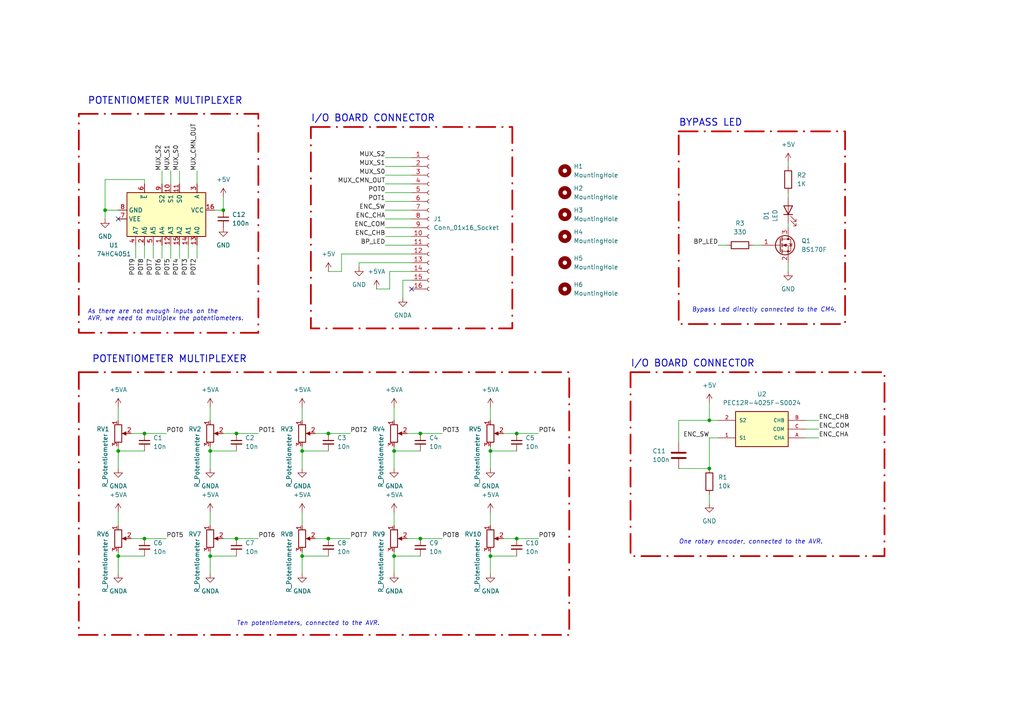
<source format=kicad_sch>
(kicad_sch (version 20230121) (generator eeschema)
  (paper "A4")
  (title_block (title "Bridge - Pots Board") (date "2024-01-29") (rev "v01") (company "CanyonTeam") (comment 1 "Author : Clément MESLIF - Romain HUET"))
  (lib_symbols
    (symbol "74xx:74HC4051"
      (property "Reference" "U" (at -5.08 11.43 0))
      (property "Value" "74HC4051" (at -7.62 -13.97 0))
      (symbol "74HC4051_0_1"
        (rectangle (start -5.08 10.16) (end 7.62 -12.7) (stroke (width 0.254)) (fill (type background)))
      )
      (symbol "74HC4051_1_1"
        (pin passive line (at 10.16 -2.54 180) (length 2.54) (name "A4") (number "1"))
        (pin input line (at -7.62 0 0) (length 2.54) (name "S1") (number "10"))
        (pin input line (at -7.62 2.54 0) (length 2.54) (name "S0") (number "11"))
        (pin passive line (at 10.16 0 180) (length 2.54) (name "A3") (number "12"))
        (pin passive line (at 10.16 7.62 180) (length 2.54) (name "A0") (number "13"))
        (pin passive line (at 10.16 5.08 180) (length 2.54) (name "A1") (number "14"))
        (pin passive line (at 10.16 2.54 180) (length 2.54) (name "A2") (number "15"))
        (pin power_in line (at 0 12.7 270) (length 2.54) (name "VCC") (number "16"))
        (pin passive line (at 10.16 -7.62 180) (length 2.54) (name "A6") (number "2"))
        (pin passive line (at -7.62 7.62 0) (length 2.54) (name "A") (number "3"))
        (pin passive line (at 10.16 -10.16 180) (length 2.54) (name "A7") (number "4"))
        (pin passive line (at 10.16 -5.08 180) (length 2.54) (name "A5") (number "5"))
        (pin input line (at -7.62 -7.62 0) (length 2.54) (name "~{E}") (number "6"))
        (pin power_in line (at 2.54 -15.24 90) (length 2.54) (name "VEE") (number "7"))
        (pin power_in line (at 0 -15.24 90) (length 2.54) (name "GND") (number "8"))
        (pin input line (at -7.62 -2.54 0) (length 2.54) (name "S2") (number "9"))
      )
    )
    (symbol "Connector:Conn_01x16_Socket" (pin_names (offset 1.016) hide)
      (property "Reference" "J" (at 0 20.32 0))
      (property "Value" "Conn_01x16_Socket" (at 0 -22.86 0))
      (symbol "Conn_01x16_Socket_1_1"
        (arc (start 0 -19.812) (mid -0.5058 -20.32) (end 0 -20.828) (stroke (width 0.1524)))
        (arc (start 0 -17.272) (mid -0.5058 -17.78) (end 0 -18.288) (stroke (width 0.1524)))
        (arc (start 0 -14.732) (mid -0.5058 -15.24) (end 0 -15.748) (stroke (width 0.1524)))
        (arc (start 0 -12.192) (mid -0.5058 -12.7) (end 0 -13.208) (stroke (width 0.1524)))
        (arc (start 0 -9.652) (mid -0.5058 -10.16) (end 0 -10.668) (stroke (width 0.1524)))
        (arc (start 0 -7.112) (mid -0.5058 -7.62) (end 0 -8.128) (stroke (width 0.1524)))
        (arc (start 0 -4.572) (mid -0.5058 -5.08) (end 0 -5.588) (stroke (width 0.1524)))
        (arc (start 0 -2.032) (mid -0.5058 -2.54) (end 0 -3.048) (stroke (width 0.1524)))
        (polyline (pts (xy -1.27 -20.32) (xy -0.508 -20.32)) (stroke (width 0.1524)))
        (polyline (pts (xy -1.27 -17.78) (xy -0.508 -17.78)) (stroke (width 0.1524)))
        (polyline (pts (xy -1.27 -15.24) (xy -0.508 -15.24)) (stroke (width 0.1524)))
        (polyline (pts (xy -1.27 -12.7) (xy -0.508 -12.7)) (stroke (width 0.1524)))
        (polyline (pts (xy -1.27 -10.16) (xy -0.508 -10.16)) (stroke (width 0.1524)))
        (polyline (pts (xy -1.27 -7.62) (xy -0.508 -7.62)) (stroke (width 0.1524)))
        (polyline (pts (xy -1.27 -5.08) (xy -0.508 -5.08)) (stroke (width 0.1524)))
        (polyline (pts (xy -1.27 -2.54) (xy -0.508 -2.54)) (stroke (width 0.1524)))
        (polyline (pts (xy -1.27 0) (xy -0.508 0)) (stroke (width 0.1524)))
        (polyline (pts (xy -1.27 2.54) (xy -0.508 2.54)) (stroke (width 0.1524)))
        (polyline (pts (xy -1.27 5.08) (xy -0.508 5.08)) (stroke (width 0.1524)))
        (polyline (pts (xy -1.27 7.62) (xy -0.508 7.62)) (stroke (width 0.1524)))
        (polyline (pts (xy -1.27 10.16) (xy -0.508 10.16)) (stroke (width 0.1524)))
        (polyline (pts (xy -1.27 12.7) (xy -0.508 12.7)) (stroke (width 0.1524)))
        (polyline (pts (xy -1.27 15.24) (xy -0.508 15.24)) (stroke (width 0.1524)))
        (polyline (pts (xy -1.27 17.78) (xy -0.508 17.78)) (stroke (width 0.1524)))
        (arc (start 0 0.508) (mid -0.5058 0) (end 0 -0.508) (stroke (width 0.1524)))
        (arc (start 0 3.048) (mid -0.5058 2.54) (end 0 2.032) (stroke (width 0.1524)))
        (arc (start 0 5.588) (mid -0.5058 5.08) (end 0 4.572) (stroke (width 0.1524)))
        (arc (start 0 8.128) (mid -0.5058 7.62) (end 0 7.112) (stroke (width 0.1524)))
        (arc (start 0 10.668) (mid -0.5058 10.16) (end 0 9.652) (stroke (width 0.1524)))
        (arc (start 0 13.208) (mid -0.5058 12.7) (end 0 12.192) (stroke (width 0.1524)))
        (arc (start 0 15.748) (mid -0.5058 15.24) (end 0 14.732) (stroke (width 0.1524)))
        (arc (start 0 18.288) (mid -0.5058 17.78) (end 0 17.272) (stroke (width 0.1524)))
        (pin passive line (at -5.08 17.78 0) (length 3.81) (name "Pin_1") (number "1"))
        (pin passive line (at -5.08 -5.08 0) (length 3.81) (name "Pin_10") (number "10"))
        (pin passive line (at -5.08 -7.62 0) (length 3.81) (name "Pin_11") (number "11"))
        (pin passive line (at -5.08 -10.16 0) (length 3.81) (name "Pin_12") (number "12"))
        (pin passive line (at -5.08 -12.7 0) (length 3.81) (name "Pin_13") (number "13"))
        (pin passive line (at -5.08 -15.24 0) (length 3.81) (name "Pin_14") (number "14"))
        (pin passive line (at -5.08 -17.78 0) (length 3.81) (name "Pin_15") (number "15"))
        (pin passive line (at -5.08 -20.32 0) (length 3.81) (name "Pin_16") (number "16"))
        (pin passive line (at -5.08 15.24 0) (length 3.81) (name "Pin_2") (number "2"))
        (pin passive line (at -5.08 12.7 0) (length 3.81) (name "Pin_3") (number "3"))
        (pin passive line (at -5.08 10.16 0) (length 3.81) (name "Pin_4") (number "4"))
        (pin passive line (at -5.08 7.62 0) (length 3.81) (name "Pin_5") (number "5"))
        (pin passive line (at -5.08 5.08 0) (length 3.81) (name "Pin_6") (number "6"))
        (pin passive line (at -5.08 2.54 0) (length 3.81) (name "Pin_7") (number "7"))
        (pin passive line (at -5.08 0 0) (length 3.81) (name "Pin_8") (number "8"))
        (pin passive line (at -5.08 -2.54 0) (length 3.81) (name "Pin_9") (number "9"))
      )
    )
    (symbol "Device:C" (pin_numbers hide) (pin_names (offset 0.254))
      (property "Reference" "C" (at 0.635 2.54 0))
      (property "Value" "C" (at 0.635 -2.54 0))
      (symbol "C_0_1"
        (polyline (pts (xy -2.032 -0.762) (xy 2.032 -0.762)) (stroke (width 0.508)))
        (polyline (pts (xy -2.032 0.762) (xy 2.032 0.762)) (stroke (width 0.508)))
      )
      (symbol "C_1_1"
        (pin passive line (at 0 3.81 270) (length 2.794) (name "~") (number "1"))
        (pin passive line (at 0 -3.81 90) (length 2.794) (name "~") (number "2"))
      )
    )
    (symbol "Device:C_Small" (pin_numbers hide) (pin_names (offset 0.254) hide)
      (property "Reference" "C" (at 0.254 1.778 0))
      (property "Value" "C_Small" (at 0.254 -2.032 0))
      (symbol "C_Small_0_1"
        (polyline (pts (xy -1.524 -0.508) (xy 1.524 -0.508)) (stroke (width 0.3302)))
        (polyline (pts (xy -1.524 0.508) (xy 1.524 0.508)) (stroke (width 0.3048)))
      )
      (symbol "C_Small_1_1"
        (pin passive line (at 0 2.54 270) (length 2.032) (name "~") (number "1"))
        (pin passive line (at 0 -2.54 90) (length 2.032) (name "~") (number "2"))
      )
    )
    (symbol "Device:LED" (pin_numbers hide) (pin_names (offset 1.016) hide)
      (property "Reference" "D" (at 0 2.54 0))
      (property "Value" "LED" (at 0 -2.54 0))
      (symbol "LED_0_1"
        (polyline (pts (xy -1.27 -1.27) (xy -1.27 1.27)) (stroke (width 0.254)))
        (polyline (pts (xy -1.27 0) (xy 1.27 0)))
        (polyline (pts (xy 1.27 -1.27) (xy 1.27 1.27) (xy -1.27 0) (xy 1.27 -1.27)) (stroke (width 0.254)))
        (polyline (pts (xy -3.048 -0.762) (xy -4.572 -2.286) (xy -3.81 -2.286) (xy -4.572 -2.286) (xy -4.572 -1.524)))
        (polyline (pts (xy -1.778 -0.762) (xy -3.302 -2.286) (xy -2.54 -2.286) (xy -3.302 -2.286) (xy -3.302 -1.524)))
      )
      (symbol "LED_1_1"
        (pin passive line (at -3.81 0 0) (length 2.54) (name "K") (number "1"))
        (pin passive line (at 3.81 0 180) (length 2.54) (name "A") (number "2"))
      )
    )
    (symbol "Device:R" (pin_numbers hide) (pin_names (offset 0))
      (property "Reference" "R" (at 2.032 0 90))
      (property "Value" "R" (at 0 0 90))
      (symbol "R_0_1"
        (rectangle (start -1.016 -2.54) (end 1.016 2.54) (stroke (width 0.254)))
      )
      (symbol "R_1_1"
        (pin passive line (at 0 3.81 270) (length 1.27) (name "~") (number "1"))
        (pin passive line (at 0 -3.81 90) (length 1.27) (name "~") (number "2"))
      )
    )
    (symbol "Device:R_Potentiometer" (pin_names (offset 1.016) hide)
      (property "Reference" "RV" (at -4.445 0 90))
      (property "Value" "R_Potentiometer" (at -2.54 0 90))
      (symbol "R_Potentiometer_0_1"
        (polyline (pts (xy 2.54 0) (xy 1.524 0)))
        (polyline (pts (xy 1.143 0) (xy 2.286 0.508) (xy 2.286 -0.508) (xy 1.143 0)) (fill (type outline)))
        (rectangle (start 1.016 2.54) (end -1.016 -2.54) (stroke (width 0.254)))
      )
      (symbol "R_Potentiometer_1_1"
        (pin passive line (at 0 3.81 270) (length 1.27) (name "1") (number "1"))
        (pin passive line (at 3.81 0 180) (length 1.27) (name "2") (number "2"))
        (pin passive line (at 0 -3.81 90) (length 1.27) (name "3") (number "3"))
      )
    )
    (symbol "Mechanical:MountingHole" (pin_names (offset 1.016))
      (property "Reference" "H" (at 0 5.08 0))
      (property "Value" "MountingHole" (at 0 3.175 0))
      (symbol "MountingHole_0_1"
        (circle (center 0 0) (radius 1.27) (stroke (width 1.27)))
      )
    )
    (symbol "PEC12R-4025F-S0024:PEC12R-4025F-S0024" (pin_names (offset 1.016))
      (property "Reference" "U" (at -7.6248 5.3374 0))
      (property "Value" "PEC12R-4025F-S0024" (at -7.1122 -6.8582 0))
      (symbol "PEC12R-4025F-S0024_0_0"
        (rectangle (start -7.62 -5.08) (end 7.62 5.08) (stroke (width 0.254)) (fill (type background)))
        (pin passive line (at 12.7 2.54 180) (length 5.08) (name "S1") (number "1"))
        (pin passive line (at 12.7 -2.54 180) (length 5.08) (name "S2") (number "2"))
        (pin bidirectional line (at -12.7 2.54 0) (length 5.08) (name "CHA") (number "A"))
        (pin bidirectional line (at -12.7 -2.54 0) (length 5.08) (name "CHB") (number "B"))
        (pin bidirectional line (at -12.7 0 0) (length 5.08) (name "COM") (number "C"))
      )
    )
    (symbol "Transistor_FET:BS170F" (pin_names hide)
      (property "Reference" "Q" (at 5.08 1.905 0))
      (property "Value" "BS170F" (at 5.08 0 0))
      (symbol "BS170F_0_1"
        (polyline (pts (xy 0.254 0) (xy -2.54 0)))
        (polyline (pts (xy 0.254 1.905) (xy 0.254 -1.905)) (stroke (width 0.254)))
        (polyline (pts (xy 0.762 -1.27) (xy 0.762 -2.286)) (stroke (width 0.254)))
        (polyline (pts (xy 0.762 0.508) (xy 0.762 -0.508)) (stroke (width 0.254)))
        (polyline (pts (xy 0.762 2.286) (xy 0.762 1.27)) (stroke (width 0.254)))
        (polyline (pts (xy 2.54 2.54) (xy 2.54 1.778)))
        (polyline (pts (xy 2.54 -2.54) (xy 2.54 0) (xy 0.762 0)))
        (polyline (pts (xy 0.762 -1.778) (xy 3.302 -1.778) (xy 3.302 1.778) (xy 0.762 1.778)))
        (polyline (pts (xy 1.016 0) (xy 2.032 0.381) (xy 2.032 -0.381) (xy 1.016 0)) (fill (type outline)))
        (polyline (pts (xy 2.794 0.508) (xy 2.921 0.381) (xy 3.683 0.381) (xy 3.81 0.254)))
        (polyline (pts (xy 3.302 0.381) (xy 2.921 -0.254) (xy 3.683 -0.254) (xy 3.302 0.381)))
        (circle (center 1.651 0) (radius 2.794) (stroke (width 0.254)))
        (circle (center 2.54 -1.778) (radius 0.254) (fill (type outline)))
        (circle (center 2.54 1.778) (radius 0.254) (fill (type outline)))
      )
      (symbol "BS170F_1_1"
        (pin input line (at -5.08 0 0) (length 2.54) (name "G") (number "1"))
        (pin passive line (at 2.54 -5.08 90) (length 2.54) (name "S") (number "2"))
        (pin passive line (at 2.54 5.08 270) (length 2.54) (name "D") (number "3"))
      )
    )
    (symbol "power:+5V" (power) (pin_names (offset 0))
      (property "Value" "+5V" (at 0 3.556 0))
      (symbol "+5V_0_1"
        (polyline (pts (xy -0.762 1.27) (xy 0 2.54)))
        (polyline (pts (xy 0 0) (xy 0 2.54)))
        (polyline (pts (xy 0 2.54) (xy 0.762 1.27)))
      )
      (symbol "+5V_1_1"
        (pin power_in line (at 0 0 90) (length 0) hide (name "+5V") (number "1"))
      )
    )
    (symbol "power:+5VA" (power) (pin_names (offset 0))
      (property "Value" "+5VA" (at 0 3.556 0))
      (symbol "+5VA_0_1"
        (polyline (pts (xy -0.762 1.27) (xy 0 2.54)))
        (polyline (pts (xy 0 0) (xy 0 2.54)))
        (polyline (pts (xy 0 2.54) (xy 0.762 1.27)))
      )
      (symbol "+5VA_1_1"
        (pin power_in line (at 0 0 90) (length 0) hide (name "+5VA") (number "1"))
      )
    )
    (symbol "power:GND" (power) (pin_names (offset 0))
      (property "Value" "GND" (at 0 -3.81 0))
      (symbol "GND_0_1"
        (polyline (pts (xy 0 0) (xy 0 -1.27) (xy 1.27 -1.27) (xy 0 -2.54) (xy -1.27 -1.27) (xy 0 -1.27)))
      )
      (symbol "GND_1_1"
        (pin power_in line (at 0 0 270) (length 0) hide (name "GND") (number "1"))
      )
    )
    (symbol "power:GNDA" (power) (pin_names (offset 0))
      (property "Value" "GNDA" (at 0 -3.81 0))
      (symbol "GNDA_0_1"
        (polyline (pts (xy 0 0) (xy 0 -1.27) (xy 1.27 -1.27) (xy 0 -2.54) (xy -1.27 -1.27) (xy 0 -1.27)))
      )
      (symbol "GNDA_1_1"
        (pin power_in line (at 0 0 270) (length 0) hide (name "GNDA") (number "1"))
      )
    )
  )
  (junction (at 95.25 125.73))
  (junction (at 41.91 156.21))
  (junction (at 114.3 130.81))
  (junction (at 68.58 156.21))
  (junction (at 142.24 161.29))
  (junction (at 149.86 156.21))
  (junction (at 30.48 60.96))
  (junction (at 68.58 125.73))
  (junction (at 87.63 161.29))
  (junction (at 60.96 130.81))
  (junction (at 142.24 130.81))
  (junction (at 121.92 125.73))
  (junction (at 205.74 121.92))
  (junction (at 149.86 125.73))
  (junction (at 34.29 161.29))
  (junction (at 64.77 60.96))
  (junction (at 121.92 156.21))
  (junction (at 34.29 130.81))
  (junction (at 87.63 130.81))
  (junction (at 60.96 161.29))
  (junction (at 41.91 125.73))
  (junction (at 114.3 161.29))
  (junction (at 95.25 156.21))
  (junction (at 205.74 135.89))
  (no_connect (at 119.38 83.82))
  (no_connect (at 34.29 63.5))
  (wire (pts (xy 228.6 76.2) (xy 228.6 78.74)))
  (wire (pts (xy 34.29 160.02) (xy 34.29 161.29)))
  (wire (pts (xy 95.25 156.21) (xy 101.6 156.21)))
  (wire (pts (xy 228.6 46.99) (xy 228.6 48.26)))
  (wire (pts (xy 111.76 53.34) (xy 119.38 53.34)))
  (wire (pts (xy 95.25 78.74) (xy 99.06 78.74)))
  (wire (pts (xy 64.77 125.73) (xy 68.58 125.73)))
  (wire (pts (xy 233.68 124.46) (xy 237.49 124.46)))
  (wire (pts (xy 41.91 156.21) (xy 48.26 156.21)))
  (wire (pts (xy 87.63 130.81) (xy 87.63 135.89)))
  (wire (pts (xy 114.3 118.11) (xy 114.3 121.92)))
  (wire (pts (xy 114.3 161.29) (xy 121.92 161.29)))
  (wire (pts (xy 68.58 125.73) (xy 74.93 125.73)))
  (wire (pts (xy 118.11 156.21) (xy 121.92 156.21)))
  (wire (pts (xy 205.74 127) (xy 208.28 127)))
  (wire (pts (xy 205.74 116.84) (xy 205.74 121.92)))
  (wire (pts (xy 146.05 125.73) (xy 149.86 125.73)))
  (wire (pts (xy 64.77 57.15) (xy 64.77 60.96)))
  (wire (pts (xy 114.3 161.29) (xy 114.3 166.37)))
  (wire (pts (xy 87.63 161.29) (xy 87.63 166.37)))
  (wire (pts (xy 41.91 71.12) (xy 41.91 74.93)))
  (wire (pts (xy 233.68 121.92) (xy 237.49 121.92)))
  (wire (pts (xy 38.1 156.21) (xy 41.91 156.21)))
  (wire (pts (xy 196.85 135.89) (xy 205.74 135.89)))
  (wire (pts (xy 87.63 148.59) (xy 87.63 152.4)))
  (wire (pts (xy 114.3 148.59) (xy 114.3 152.4)))
  (wire (pts (xy 34.29 148.59) (xy 34.29 152.4)))
  (wire (pts (xy 60.96 129.54) (xy 60.96 130.81)))
  (wire (pts (xy 218.44 71.12) (xy 220.98 71.12)))
  (wire (pts (xy 87.63 129.54) (xy 87.63 130.81)))
  (wire (pts (xy 34.29 161.29) (xy 34.29 166.37)))
  (wire (pts (xy 34.29 161.29) (xy 41.91 161.29)))
  (wire (pts (xy 41.91 52.07) (xy 30.48 52.07)))
  (wire (pts (xy 38.1 125.73) (xy 41.91 125.73)))
  (wire (pts (xy 64.77 60.96) (xy 62.23 60.96)))
  (wire (pts (xy 34.29 60.96) (xy 30.48 60.96)))
  (wire (pts (xy 149.86 156.21) (xy 156.21 156.21)))
  (wire (pts (xy 111.76 50.8) (xy 119.38 50.8)))
  (wire (pts (xy 41.91 125.73) (xy 48.26 125.73)))
  (wire (pts (xy 104.14 76.2) (xy 119.38 76.2)))
  (wire (pts (xy 114.3 129.54) (xy 114.3 130.81)))
  (wire (pts (xy 87.63 130.81) (xy 95.25 130.81)))
  (wire (pts (xy 57.15 71.12) (xy 57.15 74.93)))
  (wire (pts (xy 121.92 125.73) (xy 128.27 125.73)))
  (wire (pts (xy 104.14 77.47) (xy 104.14 76.2)))
  (wire (pts (xy 34.29 130.81) (xy 34.29 135.89)))
  (wire (pts (xy 41.91 53.34) (xy 41.91 52.07)))
  (wire (pts (xy 113.03 83.82) (xy 109.22 83.82)))
  (wire (pts (xy 111.76 45.72) (xy 119.38 45.72)))
  (wire (pts (xy 118.11 125.73) (xy 121.92 125.73)))
  (wire (pts (xy 142.24 130.81) (xy 142.24 135.89)))
  (wire (pts (xy 30.48 60.96) (xy 30.48 63.5)))
  (wire (pts (xy 49.53 49.53) (xy 49.53 53.34)))
  (wire (pts (xy 46.99 71.12) (xy 46.99 74.93)))
  (wire (pts (xy 34.29 130.81) (xy 41.91 130.81)))
  (wire (pts (xy 87.63 161.29) (xy 95.25 161.29)))
  (wire (pts (xy 111.76 48.26) (xy 119.38 48.26)))
  (wire (pts (xy 60.96 161.29) (xy 68.58 161.29)))
  (wire (pts (xy 142.24 130.81) (xy 149.86 130.81)))
  (wire (pts (xy 146.05 156.21) (xy 149.86 156.21)))
  (wire (pts (xy 111.76 63.5) (xy 119.38 63.5)))
  (wire (pts (xy 54.61 71.12) (xy 54.61 74.93)))
  (wire (pts (xy 113.03 78.74) (xy 119.38 78.74)))
  (wire (pts (xy 142.24 129.54) (xy 142.24 130.81)))
  (wire (pts (xy 121.92 156.21) (xy 128.27 156.21)))
  (wire (pts (xy 205.74 135.89) (xy 205.74 127)))
  (wire (pts (xy 60.96 130.81) (xy 60.96 135.89)))
  (wire (pts (xy 142.24 160.02) (xy 142.24 161.29)))
  (wire (pts (xy 60.96 130.81) (xy 68.58 130.81)))
  (wire (pts (xy 111.76 58.42) (xy 119.38 58.42)))
  (wire (pts (xy 60.96 161.29) (xy 60.96 166.37)))
  (wire (pts (xy 87.63 118.11) (xy 87.63 121.92)))
  (wire (pts (xy 114.3 160.02) (xy 114.3 161.29)))
  (wire (pts (xy 114.3 130.81) (xy 121.92 130.81)))
  (wire (pts (xy 205.74 143.51) (xy 205.74 146.05)))
  (wire (pts (xy 111.76 66.04) (xy 119.38 66.04)))
  (wire (pts (xy 34.29 118.11) (xy 34.29 121.92)))
  (wire (pts (xy 196.85 121.92) (xy 205.74 121.92)))
  (wire (pts (xy 49.53 71.12) (xy 49.53 74.93)))
  (wire (pts (xy 99.06 73.66) (xy 99.06 78.74)))
  (wire (pts (xy 116.84 81.28) (xy 116.84 86.36)))
  (wire (pts (xy 205.74 121.92) (xy 208.28 121.92)))
  (wire (pts (xy 142.24 148.59) (xy 142.24 152.4)))
  (wire (pts (xy 111.76 68.58) (xy 119.38 68.58)))
  (wire (pts (xy 113.03 78.74) (xy 113.03 83.82)))
  (wire (pts (xy 60.96 160.02) (xy 60.96 161.29)))
  (wire (pts (xy 91.44 125.73) (xy 95.25 125.73)))
  (wire (pts (xy 64.77 156.21) (xy 68.58 156.21)))
  (wire (pts (xy 46.99 49.53) (xy 46.99 53.34)))
  (wire (pts (xy 228.6 55.88) (xy 228.6 57.15)))
  (wire (pts (xy 233.68 127) (xy 237.49 127)))
  (wire (pts (xy 114.3 130.81) (xy 114.3 135.89)))
  (wire (pts (xy 60.96 118.11) (xy 60.96 121.92)))
  (wire (pts (xy 149.86 125.73) (xy 156.21 125.73)))
  (wire (pts (xy 44.45 71.12) (xy 44.45 74.93)))
  (wire (pts (xy 111.76 55.88) (xy 119.38 55.88)))
  (wire (pts (xy 208.28 71.12) (xy 210.82 71.12)))
  (wire (pts (xy 111.76 71.12) (xy 119.38 71.12)))
  (wire (pts (xy 30.48 52.07) (xy 30.48 60.96)))
  (wire (pts (xy 196.85 121.92) (xy 196.85 128.27)))
  (wire (pts (xy 52.07 71.12) (xy 52.07 74.93)))
  (wire (pts (xy 142.24 118.11) (xy 142.24 121.92)))
  (wire (pts (xy 142.24 161.29) (xy 142.24 166.37)))
  (wire (pts (xy 111.76 60.96) (xy 119.38 60.96)))
  (wire (pts (xy 60.96 148.59) (xy 60.96 152.4)))
  (wire (pts (xy 39.37 71.12) (xy 39.37 74.93)))
  (wire (pts (xy 87.63 160.02) (xy 87.63 161.29)))
  (wire (pts (xy 91.44 156.21) (xy 95.25 156.21)))
  (wire (pts (xy 57.15 49.53) (xy 57.15 53.34)))
  (wire (pts (xy 52.07 49.53) (xy 52.07 53.34)))
  (wire (pts (xy 228.6 64.77) (xy 228.6 66.04)))
  (wire (pts (xy 99.06 73.66) (xy 119.38 73.66)))
  (wire (pts (xy 68.58 156.21) (xy 74.93 156.21)))
  (wire (pts (xy 116.84 81.28) (xy 119.38 81.28)))
  (wire (pts (xy 95.25 125.73) (xy 101.6 125.73)))
  (wire (pts (xy 34.29 129.54) (xy 34.29 130.81)))
  (wire (pts (xy 142.24 161.29) (xy 149.86 161.29)))
  (rectangle (start 182.88 107.95) (end 256.54 161.29) (stroke (width 0.5) (type dash_dot) (color 194 0 0 1)))
  (rectangle (start 196.85 38.1) (end 245.11 93.98) (stroke (width 0.5) (type dash_dot) (color 194 0 0 1)))
  (rectangle (start 90.17 36.83) (end 148.59 95.25) (stroke (width 0.5) (type dash_dot) (color 194 0 0 1)))
  (rectangle (start 22.86 107.95) (end 165.1 184.15) (stroke (width 0.5) (type dash_dot) (color 194 0 0 1)))
  (rectangle (start 22.86 33.02) (end 74.93 96.52) (stroke (width 0.5) (type dash_dot) (color 194 0 0 1)))
  (text "One rotary encoder, connected to the AVR.\n\n" (at 196.85 160.02 0) (effects (font (size 1.27 1.27) italic) (justify left bottom)))
  (text "POTENTIOMETER MULTIPLEXER\n" (at 26.67 105.41 0) (effects (font (size 2 2) (thickness 0.254) bold) (justify left bottom)))
  (text "As there are not enough inputs on the \nAVR, we need to multiplex the potentiometers.\n\n" (at 25.4 95.25 0) (effects (font (size 1.27 1.27) italic) (justify left bottom)))
  (text "BYPASS LED\n" (at 196.85 36.83 0) (effects (font (size 2 2) (thickness 0.254) bold) (justify left bottom)))
  (text "Ten potentiometers, connected to the AVR.\n" (at 68.58 181.61 0) (effects (font (size 1.27 1.27) italic) (justify left bottom)))
  (text "Bypass Led directly connected to the CM4.\n\n" (at 200.66 92.71 0) (effects (font (size 1.27 1.27) italic) (justify left bottom)))
  (text "I/O BOARD CONNECTOR" (at 90.17 35.56 0) (effects (font (size 2 2) (thickness 0.254) bold) (justify left bottom)))
  (text "I/O BOARD CONNECTOR" (at 182.88 106.68 0) (effects (font (size 2 2) (thickness 0.254) bold) (justify left bottom)))
  (text "POTENTIOMETER MULTIPLEXER\n" (at 25.4 30.48 0) (effects (font (size 2 2) (thickness 0.254) bold) (justify left bottom)))
  (label "POT8" (at 128.27 156.21 0))
  (label "POT5" (at 49.53 74.93 270))
  (label "POT8" (at 41.91 74.93 270))
  (label "MUX_S1" (at 111.76 48.26 180))
  (label "ENC_SW" (at 111.76 60.96 180))
  (label "POT6" (at 46.99 74.93 270))
  (label "MUX_S0" (at 111.76 50.8 180))
  (label "POT9" (at 156.21 156.21 0))
  (label "ENC_COM" (at 237.49 124.46 0))
  (label "POT9" (at 39.37 74.93 270))
  (label "MUX_S0" (at 52.07 49.53 90))
  (label "POT3" (at 128.27 125.73 0))
  (label "ENC_CHA" (at 111.76 63.5 180))
  (label "POT7" (at 44.45 74.93 270))
  (label "BP_LED" (at 208.28 71.12 180))
  (label "MUX_S2" (at 46.99 49.53 90))
  (label "POT5" (at 48.26 156.21 0))
  (label "POT1" (at 111.76 58.42 180))
  (label "ENC_CHB" (at 237.49 121.92 0))
  (label "POT2" (at 57.15 74.93 270))
  (label "POT6" (at 74.93 156.21 0))
  (label "POT2" (at 101.6 125.73 0))
  (label "POT3" (at 54.61 74.93 270))
  (label "MUX_CMN_OUT" (at 57.15 49.53 90))
  (label "MUX_S1" (at 49.53 49.53 90))
  (label "ENC_CHB" (at 111.76 68.58 180))
  (label "MUX_S2" (at 111.76 45.72 180))
  (label "ENC_CHA" (at 237.49 127 0))
  (label "MUX_CMN_OUT" (at 111.76 53.34 180))
  (label "BP_LED" (at 111.76 71.12 180))
  (label "ENC_SW" (at 205.74 127 180))
  (label "POT0" (at 48.26 125.73 0))
  (label "POT1" (at 74.93 125.73 0))
  (label "POT4" (at 156.21 125.73 0))
  (label "POT0" (at 111.76 55.88 180))
  (label "POT4" (at 52.07 74.93 270))
  (label "POT7" (at 101.6 156.21 0))
  (label "ENC_COM" (at 111.76 66.04 180))
  (symbol (lib_id "power:GND") (at 205.74 146.05 0) (unit 1)
    (property "Reference" "#PWR024" (effects hide))
    (property "Value" "GND" (at 205.74 151.13 0))
  )
  (symbol (lib_id "power:GNDA") (at 60.96 135.89 0) (unit 1)
    (property "Reference" "#PWR04" (effects hide))
    (property "Value" "GNDA" (at 60.96 140.97 0))
  )
  (symbol (lib_id "power:+5VA") (at 34.29 118.11 0) (unit 1)
    (property "Reference" "#PWR02" (effects hide))
    (property "Value" "+5VA" (at 34.29 113.03 0))
  )
  (symbol (lib_id "Device:R_Potentiometer") (at 60.96 125.73 0) (unit 1)
    (property "Reference" "RV2" (at 58.42 124.46 0) (effects (justify right)))
    (property "Value" "R_Potentiometer" (at 57.15 125.73 90) (effects (justify right)))
    (property "Footprint" "R0904NB10KL-25KQ:TRIM_R0904NB10KL-25KQ" (effects hide))
  )
  (symbol (lib_id "Mechanical:MountingHole") (at 163.83 68.58 0) (unit 1)
    (property "Reference" "H4" (at 166.37 67.31 0) (effects (justify left)))
    (property "Value" "MountingHole" (at 166.37 69.85 0) (effects (justify left)))
    (property "Footprint" "MountingHole:MountingHole_2.2mm_M2" (effects hide))
  )
  (symbol (lib_id "Device:C_Small") (at 95.25 128.27 0) (unit 1)
    (property "Reference" "C3" (at 97.79 127.0063 0) (effects (justify left)))
    (property "Value" "10n" (at 97.79 129.5463 0) (effects (justify left)))
    (property "Footprint" "Capacitor_SMD:C_0402_1005Metric" (effects hide))
  )
  (symbol (lib_id "power:+5VA") (at 142.24 148.59 0) (unit 1)
    (property "Reference" "#PWR019" (effects hide))
    (property "Value" "+5VA" (at 142.24 143.51 0))
  )
  (symbol (lib_id "Device:R_Potentiometer") (at 142.24 156.21 0) (unit 1)
    (property "Reference" "RV10" (at 139.7 154.94 0) (effects (justify right)))
    (property "Value" "R_Potentiometer" (at 138.43 156.21 90) (effects (justify right)))
    (property "Footprint" "R0904NB10KL-25KQ:TRIM_R0904NB10KL-25KQ" (effects hide))
  )
  (symbol (lib_id "power:GNDA") (at 34.29 166.37 0) (unit 1)
    (property "Reference" "#PWR014" (effects hide))
    (property "Value" "GNDA" (at 34.29 171.45 0))
  )
  (symbol (lib_id "Device:R_Potentiometer") (at 87.63 156.21 0) (unit 1)
    (property "Reference" "RV8" (at 85.09 154.94 0) (effects (justify right)))
    (property "Value" "R_Potentiometer" (at 83.82 156.21 90) (effects (justify right)))
    (property "Footprint" "R0904NB10KL-25KQ:TRIM_R0904NB10KL-25KQ" (effects hide))
  )
  (symbol (lib_id "Device:R_Potentiometer") (at 87.63 125.73 0) (unit 1)
    (property "Reference" "RV3" (at 85.09 124.46 0) (effects (justify right)))
    (property "Value" "R_Potentiometer" (at 83.82 125.73 90) (effects (justify right)))
    (property "Footprint" "R0904NB10KL-25KQ:TRIM_R0904NB10KL-25KQ" (effects hide))
  )
  (symbol (lib_id "Device:C_Small") (at 64.77 63.5 0) (unit 1)
    (property "Reference" "C12" (at 67.31 62.2363 0) (effects (justify left)))
    (property "Value" "100n" (at 67.31 64.7763 0) (effects (justify left)))
    (property "Footprint" "Capacitor_SMD:C_0402_1005Metric" (effects hide))
  )
  (symbol (lib_id "power:GND") (at 64.77 66.04 0) (unit 1)
    (property "Reference" "#PWR029" (effects hide))
    (property "Value" "GND" (at 64.77 71.12 0))
  )
  (symbol (lib_id "Device:C_Small") (at 41.91 158.75 0) (unit 1)
    (property "Reference" "C6" (at 44.45 157.4863 0) (effects (justify left)))
    (property "Value" "10n" (at 44.45 160.0263 0) (effects (justify left)))
    (property "Footprint" "Capacitor_SMD:C_0402_1005Metric" (effects hide))
  )
  (symbol (lib_id "power:+5VA") (at 114.3 148.59 0) (unit 1)
    (property "Reference" "#PWR017" (effects hide))
    (property "Value" "+5VA" (at 114.3 143.51 0))
  )
  (symbol (lib_id "Connector:Conn_01x16_Socket") (at 124.46 63.5 0) (unit 1)
    (property "Reference" "J1" (at 125.73 63.5 0) (effects (justify left)))
    (property "Value" "Conn_01x16_Socket" (at 125.73 66.04 0) (effects (justify left)))
    (property "Footprint" "Connector_FFC-FPC:Hirose_FH12-16S-0.5SH_1x16-1MP_P0.50mm_Horizontal" (effects hide))
  )
  (symbol (lib_id "power:+5VA") (at 34.29 148.59 0) (unit 1)
    (property "Reference" "#PWR011" (effects hide))
    (property "Value" "+5VA" (at 34.29 143.51 0))
  )
  (symbol (lib_id "power:+5V") (at 228.6 46.99 0) (unit 1)
    (property "Reference" "#PWR026" (effects hide))
    (property "Value" "+5V" (at 228.6 41.91 0))
  )
  (symbol (lib_id "power:GNDA") (at 142.24 135.89 0) (unit 1)
    (property "Reference" "#PWR010" (effects hide))
    (property "Value" "GNDA" (at 142.24 140.97 0))
  )
  (symbol (lib_id "power:GNDA") (at 114.3 135.89 0) (unit 1)
    (property "Reference" "#PWR08" (effects hide))
    (property "Value" "GNDA" (at 114.3 140.97 0))
  )
  (symbol (lib_id "Device:C_Small") (at 68.58 128.27 0) (unit 1)
    (property "Reference" "C2" (at 71.12 127.0063 0) (effects (justify left)))
    (property "Value" "10n" (at 71.12 129.5463 0) (effects (justify left)))
    (property "Footprint" "Capacitor_SMD:C_0402_1005Metric" (effects hide))
  )
  (symbol (lib_id "power:GNDA") (at 87.63 166.37 0) (unit 1)
    (property "Reference" "#PWR018" (effects hide))
    (property "Value" "GNDA" (at 87.63 171.45 0))
  )
  (symbol (lib_id "power:+5VA") (at 87.63 148.59 0) (unit 1)
    (property "Reference" "#PWR015" (effects hide))
    (property "Value" "+5VA" (at 87.63 143.51 0))
  )
  (symbol (lib_id "74xx:74HC4051") (at 49.53 60.96 270) (unit 1)
    (property "Reference" "U1" (at 33.02 71.12 90))
    (property "Value" "74HC4051" (at 33.02 73.66 90))
    (property "Footprint" "Package_DIP:DIP-16_W10.16mm_LongPads" (effects hide))
    (property "Datasheet" "http://www.ti.com/lit/ds/symlink/cd74hc4051.pdf" (effects hide))
  )
  (symbol (lib_id "power:+5VA") (at 87.63 118.11 0) (unit 1)
    (property "Reference" "#PWR05" (effects hide))
    (property "Value" "+5VA" (at 87.63 113.03 0))
  )
  (symbol (lib_id "Device:R_Potentiometer") (at 114.3 156.21 0) (unit 1)
    (property "Reference" "RV9" (at 111.76 154.94 0) (effects (justify right)))
    (property "Value" "R_Potentiometer" (at 110.49 156.21 90) (effects (justify right)))
    (property "Footprint" "R0904NB10KL-25KQ:TRIM_R0904NB10KL-25KQ" (effects hide))
  )
  (symbol (lib_id "Device:LED") (at 228.6 60.96 90) (unit 1)
    (property "Reference" "D1" (at 222.25 62.5475 0))
    (property "Value" "LED" (at 224.79 62.5475 0))
    (property "Footprint" "LED_THT:LED_D5.0mm" (effects hide))
  )
  (symbol (lib_id "Device:C_Small") (at 95.25 158.75 0) (unit 1)
    (property "Reference" "C8" (at 97.79 157.4863 0) (effects (justify left)))
    (property "Value" "10n" (at 97.79 160.0263 0) (effects (justify left)))
    (property "Footprint" "Capacitor_SMD:C_0402_1005Metric" (effects hide))
  )
  (symbol (lib_id "Mechanical:MountingHole") (at 163.83 55.88 0) (unit 1)
    (property "Reference" "H2" (at 166.37 54.61 0) (effects (justify left)))
    (property "Value" "MountingHole" (at 166.37 57.15 0) (effects (justify left)))
    (property "Footprint" "MountingHole:MountingHole_2.2mm_M2" (effects hide))
  )
  (symbol (lib_id "Transistor_FET:BS170F") (at 226.06 71.12 0) (unit 1)
    (property "Reference" "Q1" (at 232.41 69.85 0) (effects (justify left)))
    (property "Value" "BS170F" (at 232.41 72.39 0) (effects (justify left)))
    (property "Footprint" "Package_TO_SOT_SMD:SOT-23" (effects hide))
    (property "Datasheet" "http://www.diodes.com/assets/Datasheets/BS170F.pdf" (effects hide))
  )
  (symbol (lib_id "power:+5VA") (at 60.96 118.11 0) (unit 1)
    (property "Reference" "#PWR03" (effects hide))
    (property "Value" "+5VA" (at 60.96 113.03 0))
  )
  (symbol (lib_id "power:GNDA") (at 114.3 166.37 0) (unit 1)
    (property "Reference" "#PWR020" (effects hide))
    (property "Value" "GNDA" (at 114.3 171.45 0))
  )
  (symbol (lib_id "Device:R_Potentiometer") (at 34.29 156.21 0) (unit 1)
    (property "Reference" "RV6" (at 31.75 154.94 0) (effects (justify right)))
    (property "Value" "R_Potentiometer" (at 30.48 156.21 90) (effects (justify right)))
    (property "Footprint" "R0904NB10KL-25KQ:TRIM_R0904NB10KL-25KQ" (effects hide))
  )
  (symbol (lib_id "power:+5VA") (at 109.22 83.82 0) (unit 1)
    (property "Reference" "#PWR030" (effects hide))
    (property "Value" "+5VA" (at 109.22 78.74 0))
  )
  (symbol (lib_id "power:+5VA") (at 60.96 148.59 0) (unit 1)
    (property "Reference" "#PWR013" (effects hide))
    (property "Value" "+5VA" (at 60.96 143.51 0))
  )
  (symbol (lib_id "power:+5V") (at 64.77 57.15 0) (unit 1)
    (property "Reference" "#PWR021" (effects hide))
    (property "Value" "+5V" (at 64.77 52.07 0))
  )
  (symbol (lib_id "power:GNDA") (at 116.84 86.36 0) (unit 1)
    (property "Reference" "#PWR031" (effects hide))
    (property "Value" "GNDA" (at 116.84 91.44 0))
  )
  (symbol (lib_id "Mechanical:MountingHole") (at 163.83 83.82 0) (unit 1)
    (property "Reference" "H6" (at 166.37 82.55 0) (effects (justify left)))
    (property "Value" "MountingHole" (at 166.37 85.09 0) (effects (justify left)))
    (property "Footprint" "MountingHole:MountingHole_2.2mm_M2" (effects hide))
  )
  (symbol (lib_id "Device:R_Potentiometer") (at 114.3 125.73 0) (unit 1)
    (property "Reference" "RV4" (at 111.76 124.46 0) (effects (justify right)))
    (property "Value" "R_Potentiometer" (at 110.49 125.73 90) (effects (justify right)))
    (property "Footprint" "R0904NB10KL-25KQ:TRIM_R0904NB10KL-25KQ" (effects hide))
  )
  (symbol (lib_id "power:+5VA") (at 114.3 118.11 0) (unit 1)
    (property "Reference" "#PWR07" (effects hide))
    (property "Value" "+5VA" (at 114.3 113.03 0))
  )
  (symbol (lib_id "PEC12R-4025F-S0024:PEC12R-4025F-S0024") (at 220.98 124.46 180) (unit 1)
    (property "Reference" "U2" (at 220.98 114.3 0))
    (property "Value" "PEC12R-4025F-S0024" (at 220.98 116.84 0))
    (property "Footprint" "PEC12R-4025F-S0024:ENC_PEC12R-4025F-S0024" (effects hide))
    (property "MF" "Bourns" (effects hide))
    (property "Description" "\nPEC12R 12mm Incremental encoder 24 pulse | Bourns PEC12R-4025F-S0024\n" (effects hide))
    (property "Package" "None" (effects hide))
    (property "Price" "None" (effects hide))
    (property "Check_prices" "https://www.snapeda.com/parts/PEC12R-4025F-S0024/Bourns+-+J.W.+Miller/view-part/?ref=eda" (effects hide))
    (property "SnapEDA_Link" "https://www.snapeda.com/parts/PEC12R-4025F-S0024/Bourns+-+J.W.+Miller/view-part/?ref=snap" (effects hide))
    (property "MP" "PEC12R-4025F-S0024" (effects hide))
    (property "Purchase-URL" "https://www.snapeda.com/api/url_track_click_mouser/?unipart_id=353124&manufacturer=Bourns&part_name=PEC12R-4025F-S0024&search_term=pec12r-4025f-s0024" (effects hide))
    (property "Availability" "In Stock" (effects hide))
    (property "MANUFACTURER" "BOURNS" (effects hide))
  )
  (symbol (lib_id "power:+5V") (at 205.74 116.84 0) (unit 1)
    (property "Reference" "#PWR025" (effects hide))
    (property "Value" "+5V" (at 205.74 111.76 0))
  )
  (symbol (lib_id "power:GND") (at 228.6 78.74 0) (unit 1)
    (property "Reference" "#PWR028" (effects hide))
    (property "Value" "GND" (at 228.6 83.82 0))
  )
  (symbol (lib_id "Device:C_Small") (at 121.92 158.75 0) (unit 1)
    (property "Reference" "C9" (at 124.46 157.4863 0) (effects (justify left)))
    (property "Value" "10n" (at 124.46 160.0263 0) (effects (justify left)))
    (property "Footprint" "Capacitor_SMD:C_0402_1005Metric" (effects hide))
  )
  (symbol (lib_id "power:GNDA") (at 34.29 135.89 0) (unit 1)
    (property "Reference" "#PWR01" (effects hide))
    (property "Value" "GNDA" (at 34.29 140.97 0))
  )
  (symbol (lib_id "power:GNDA") (at 60.96 166.37 0) (unit 1)
    (property "Reference" "#PWR016" (effects hide))
    (property "Value" "GNDA" (at 60.96 171.45 0))
  )
  (symbol (lib_id "Mechanical:MountingHole") (at 163.83 76.2 0) (unit 1)
    (property "Reference" "H5" (at 166.37 74.93 0) (effects (justify left)))
    (property "Value" "MountingHole" (at 166.37 77.47 0) (effects (justify left)))
    (property "Footprint" "MountingHole:MountingHole_2.2mm_M2" (effects hide))
  )
  (symbol (lib_id "Device:R") (at 205.74 139.7 0) (unit 1)
    (property "Reference" "R1" (at 208.28 138.43 0) (effects (justify left)))
    (property "Value" "10k" (at 208.28 140.97 0) (effects (justify left)))
    (property "Footprint" "Resistor_SMD:R_0402_1005Metric" (effects hide))
  )
  (symbol (lib_id "Device:R_Potentiometer") (at 34.29 125.73 0) (unit 1)
    (property "Reference" "RV1" (at 31.75 124.46 0) (effects (justify right)))
    (property "Value" "R_Potentiometer" (at 30.48 125.73 90) (effects (justify right)))
    (property "Footprint" "R0904NB10KL-25KQ:TRIM_R0904NB10KL-25KQ" (effects hide))
  )
  (symbol (lib_id "Device:C") (at 196.85 132.08 0) (unit 1)
    (property "Reference" "C11" (at 189.23 130.81 0) (effects (justify left)))
    (property "Value" "100n" (at 189.23 133.35 0) (effects (justify left)))
    (property "Footprint" "Capacitor_SMD:C_0402_1005Metric" (effects hide))
  )
  (symbol (lib_id "power:GNDA") (at 142.24 166.37 0) (unit 1)
    (property "Reference" "#PWR012" (effects hide))
    (property "Value" "GNDA" (at 142.24 171.45 0))
  )
  (symbol (lib_id "Device:R_Potentiometer") (at 142.24 125.73 0) (unit 1)
    (property "Reference" "RV5" (at 139.7 124.46 0) (effects (justify right)))
    (property "Value" "R_Potentiometer" (at 138.43 125.73 90) (effects (justify right)))
    (property "Footprint" "R0904NB10KL-25KQ:TRIM_R0904NB10KL-25KQ" (effects hide))
  )
  (symbol (lib_id "Device:R_Potentiometer") (at 60.96 156.21 0) (unit 1)
    (property "Reference" "RV7" (at 58.42 154.94 0) (effects (justify right)))
    (property "Value" "R_Potentiometer" (at 57.15 156.21 90) (effects (justify right)))
    (property "Footprint" "R0904NB10KL-25KQ:TRIM_R0904NB10KL-25KQ" (effects hide))
  )
  (symbol (lib_id "power:GND") (at 104.14 77.47 0) (unit 1)
    (property "Reference" "#PWR027" (effects hide))
    (property "Value" "GND" (at 104.14 82.55 0))
  )
  (symbol (lib_id "power:+5VA") (at 142.24 118.11 0) (unit 1)
    (property "Reference" "#PWR09" (effects hide))
    (property "Value" "+5VA" (at 142.24 113.03 0))
  )
  (symbol (lib_id "Device:C_Small") (at 149.86 128.27 0) (unit 1)
    (property "Reference" "C5" (at 152.4 127.0063 0) (effects (justify left)))
    (property "Value" "10n" (at 152.4 129.5463 0) (effects (justify left)))
    (property "Footprint" "Capacitor_SMD:C_0402_1005Metric" (effects hide))
  )
  (symbol (lib_id "Device:C_Small") (at 121.92 128.27 0) (unit 1)
    (property "Reference" "C4" (at 124.46 127.0063 0) (effects (justify left)))
    (property "Value" "10n" (at 124.46 129.5463 0) (effects (justify left)))
    (property "Footprint" "Capacitor_SMD:C_0402_1005Metric" (effects hide))
  )
  (symbol (lib_id "Device:C_Small") (at 149.86 158.75 0) (unit 1)
    (property "Reference" "C10" (at 152.4 157.4863 0) (effects (justify left)))
    (property "Value" "10n" (at 152.4 160.0263 0) (effects (justify left)))
    (property "Footprint" "Capacitor_SMD:C_0402_1005Metric" (effects hide))
  )
  (symbol (lib_id "Mechanical:MountingHole") (at 163.83 62.23 0) (unit 1)
    (property "Reference" "H3" (at 166.37 60.96 0) (effects (justify left)))
    (property "Value" "MountingHole" (at 166.37 63.5 0) (effects (justify left)))
    (property "Footprint" "MountingHole:MountingHole_2.2mm_M2" (effects hide))
  )
  (symbol (lib_id "Device:C_Small") (at 41.91 128.27 0) (unit 1)
    (property "Reference" "C1" (at 44.45 127.0063 0) (effects (justify left)))
    (property "Value" "10n" (at 44.45 129.5463 0) (effects (justify left)))
    (property "Footprint" "Capacitor_SMD:C_0402_1005Metric" (effects hide))
  )
  (symbol (lib_id "Device:C_Small") (at 68.58 158.75 0) (unit 1)
    (property "Reference" "C7" (at 71.12 157.4863 0) (effects (justify left)))
    (property "Value" "10n" (at 71.12 160.0263 0) (effects (justify left)))
    (property "Footprint" "Capacitor_SMD:C_0402_1005Metric" (effects hide))
  )
  (symbol (lib_id "power:GND") (at 30.48 63.5 0) (unit 1)
    (property "Reference" "#PWR022" (effects hide))
    (property "Value" "GND" (at 30.48 68.58 0))
  )
  (symbol (lib_id "Device:R") (at 228.6 52.07 0) (unit 1)
    (property "Reference" "R2" (at 231.14 50.8 0) (effects (justify left)))
    (property "Value" "1K" (at 231.14 53.34 0) (effects (justify left)))
    (property "Footprint" "Resistor_SMD:R_0402_1005Metric" (effects hide))
  )
  (symbol (lib_id "Device:R") (at 214.63 71.12 90) (unit 1)
    (property "Reference" "R3" (at 214.63 64.77 90))
    (property "Value" "330" (at 214.63 67.31 90))
    (property "Footprint" "Resistor_SMD:R_0402_1005Metric" (effects hide))
  )
  (symbol (lib_id "Mechanical:MountingHole") (at 163.83 49.53 0) (unit 1)
    (property "Reference" "H1" (at 166.37 48.26 0) (effects (justify left)))
    (property "Value" "MountingHole" (at 166.37 50.8 0) (effects (justify left)))
    (property "Footprint" "MountingHole:MountingHole_2.2mm_M2" (effects hide))
  )
  (symbol (lib_id "power:GNDA") (at 87.63 135.89 0) (unit 1)
    (property "Reference" "#PWR06" (effects hide))
    (property "Value" "GNDA" (at 87.63 140.97 0))
  )
  (symbol (lib_id "power:+5V") (at 95.25 78.74 0) (unit 1)
    (property "Reference" "#PWR023" (effects hide))
    (property "Value" "+5V" (at 95.25 73.66 0))
  )
)
</source>
